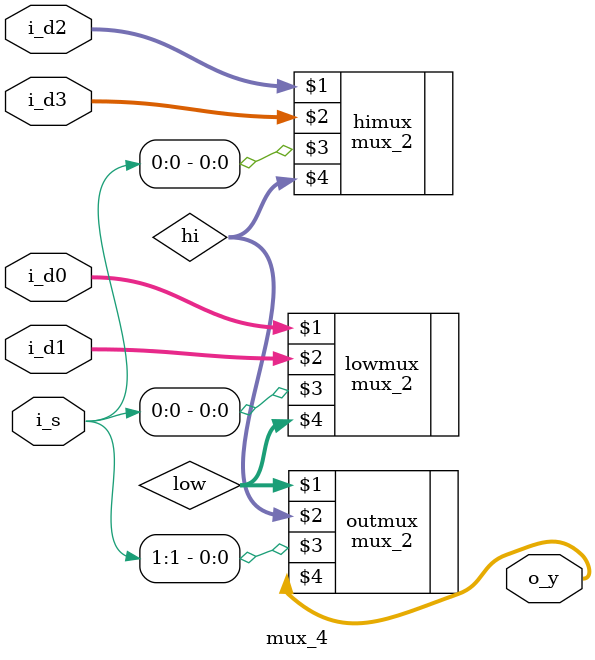
<source format=sv>
`timescale 1ns / 1ps

module mux_4 #(parameter width=8)(
        input  logic [width-1:0] i_d0, i_d1, i_d2, i_d3,
        input  logic [1:0]       i_s,
        output logic [width-1:0] o_y);

    logic [width-1:0] low, hi;

    mux_2 #(width) lowmux(i_d0,  i_d1, i_s[0], low);
    mux_2 #(width) himux (i_d2,  i_d3, i_s[0], hi );
    mux_2 #(width) outmux(low,   hi,   i_s[1], o_y  );

endmodule

</source>
